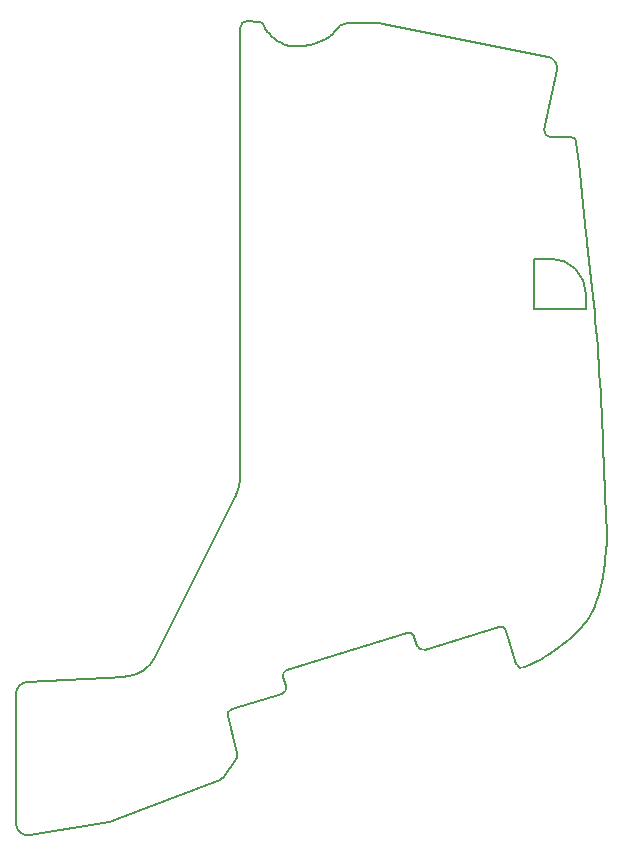
<source format=gbr>
%TF.GenerationSoftware,KiCad,Pcbnew,9.0.3*%
%TF.CreationDate,2025-07-19T19:29:57+01:00*%
%TF.ProjectId,GhostPAW,47686f73-7450-4415-972e-6b696361645f,rev?*%
%TF.SameCoordinates,Original*%
%TF.FileFunction,Profile,NP*%
%FSLAX46Y46*%
G04 Gerber Fmt 4.6, Leading zero omitted, Abs format (unit mm)*
G04 Created by KiCad (PCBNEW 9.0.3) date 2025-07-19 19:29:57*
%MOMM*%
%LPD*%
G01*
G04 APERTURE LIST*
%TA.AperFunction,Profile*%
%ADD10C,0.200000*%
%TD*%
%ADD11C,0.200000*%
G04 APERTURE END LIST*
D10*
X169750000Y-90980000D02*
X169750000Y-92280000D01*
X166750000Y-87980000D02*
G75*
G02*
X169750000Y-90980000I-4500J-3004500D01*
G01*
X121500000Y-124820000D02*
G75*
G02*
X122450000Y-123830004I1009700J-18100D01*
G01*
X133280000Y-121720000D02*
G75*
G02*
X130749999Y-123369982I-2665000J1321700D01*
G01*
X130750000Y-123370000D02*
X122450000Y-123830000D01*
X121500000Y-124820000D02*
X121500000Y-135830000D01*
X140080000Y-108130000D02*
X133280000Y-121720000D01*
X171203003Y-103849489D02*
X171231832Y-104561832D01*
X171127281Y-102051586D02*
X171158489Y-102771255D01*
X171044936Y-100280355D02*
X171078961Y-100979759D01*
X170954856Y-98585567D02*
X170992138Y-99249607D01*
X170856007Y-96986375D02*
X170896941Y-97611549D01*
X170747499Y-95477620D02*
X170792414Y-96069028D01*
X170628652Y-94036940D02*
X170677785Y-94605528D01*
X170499052Y-92631813D02*
X170552522Y-93191519D01*
X170358618Y-91226577D02*
X170416403Y-91791568D01*
X170207659Y-89789425D02*
X170269571Y-90371238D01*
X170046929Y-88298551D02*
X170112601Y-88904127D01*
X169877560Y-86743591D02*
X169946494Y-87375516D01*
X169700926Y-85123243D02*
X169772548Y-85780914D01*
X169518485Y-83442515D02*
X169592212Y-84123209D01*
X169331633Y-81709986D02*
X169406928Y-82409964D01*
X169141551Y-79935085D02*
X169217987Y-80650674D01*
X148309053Y-68949792D02*
X148430793Y-68822384D01*
X147965462Y-69235724D02*
X148107274Y-69125182D01*
X147576542Y-69478378D02*
X147735826Y-69385283D01*
X147150869Y-69676295D02*
X147323961Y-69601215D01*
X146699528Y-69828430D02*
X146881775Y-69771721D01*
X146235999Y-69934705D02*
X146421798Y-69896284D01*
X145775905Y-69996507D02*
X145958848Y-69975674D01*
X145335704Y-70016663D02*
X145509242Y-70012181D01*
X144930349Y-69998929D02*
X145088748Y-70009238D01*
X144570846Y-69947490D02*
X144710178Y-69970899D01*
X144261775Y-69866485D02*
X144380907Y-69901364D01*
X143998681Y-69759569D02*
X144100305Y-69804518D01*
X143768053Y-69629620D02*
X143858202Y-69683562D01*
X143552493Y-69478715D02*
X143638152Y-69540888D01*
X143337352Y-69308200D02*
X143423830Y-69378129D01*
X143117473Y-69118759D02*
X143205664Y-69196225D01*
X142901613Y-68910507D02*
X142986787Y-68995509D01*
X142708896Y-68683174D02*
X142782862Y-68775844D01*
X142560568Y-68436326D02*
X142615012Y-68536841D01*
X165149081Y-122291450D02*
X164930298Y-122404242D01*
X165678069Y-122022623D02*
X165468825Y-122129531D01*
X166212155Y-121730999D02*
X165994001Y-121855949D01*
X166788082Y-121368524D02*
X166549891Y-121526229D01*
X167412365Y-120924413D02*
X167156631Y-121113154D01*
X168062733Y-120418728D02*
X167801538Y-120627845D01*
X168702871Y-119877020D02*
X168451541Y-120097699D01*
X169297762Y-119304300D02*
X169068898Y-119539601D01*
X169824788Y-118671162D02*
X169625292Y-118937338D01*
X170274097Y-117930673D02*
X170106305Y-118246716D01*
X170644791Y-117047338D02*
X170508044Y-117423336D01*
X170941003Y-116026335D02*
X170833222Y-116451656D01*
X171168580Y-114932135D02*
X171087325Y-115372656D01*
X171333930Y-113868909D02*
X171276561Y-114280258D01*
X171444031Y-112940006D02*
X171407662Y-113284437D01*
X171506538Y-112206091D02*
X171487996Y-112469314D01*
X171529861Y-111644775D02*
X171525669Y-111850867D01*
X171522931Y-111140505D02*
X171529500Y-111346671D01*
X171494283Y-110536810D02*
X171508353Y-110805647D01*
X171450971Y-109706303D02*
X171470022Y-110079377D01*
X171397934Y-108592799D02*
X171420308Y-109081512D01*
X171338170Y-107204858D02*
X171362925Y-107797714D01*
X171273110Y-105596774D02*
X171299879Y-106266755D01*
X165330000Y-92280000D02*
X165330000Y-87980000D01*
X169750000Y-92280000D02*
X165330000Y-92280000D01*
X165330000Y-87980000D02*
X166750000Y-87980000D01*
X129640000Y-135620000D02*
G75*
G02*
X129349999Y-135699995I-417700J948600D01*
G01*
X139010000Y-131930000D02*
G75*
G02*
X138730000Y-132140000I-485000J355000D01*
G01*
X140240000Y-129850000D02*
G75*
G02*
X140168970Y-130269980I-493100J-132600D01*
G01*
X139420000Y-126740000D02*
G75*
G02*
X139759985Y-126139950I481900J123300D01*
G01*
X156090000Y-121090000D02*
G75*
G02*
X155470024Y-120759993I-155200J455800D01*
G01*
X154610000Y-119670000D02*
G75*
G02*
X155230031Y-120009991I142000J-476400D01*
G01*
X144350000Y-124200000D02*
G75*
G02*
X144020009Y-124830029I-472600J-153900D01*
G01*
X144120000Y-123430000D02*
G75*
G02*
X144449995Y-122799982I465900J157400D01*
G01*
X162370000Y-119160000D02*
G75*
G02*
X163000033Y-119489989I139500J-500100D01*
G01*
X164580000Y-122590000D02*
G75*
G02*
X163860015Y-122309995I-246200J432600D01*
G01*
X168450000Y-77680000D02*
G75*
G02*
X168950035Y-78109995I2700J-502600D01*
G01*
X166720000Y-77680000D02*
G75*
G02*
X166229977Y-77069995I5200J506000D01*
G01*
X166510000Y-70880000D02*
G75*
G02*
X167289929Y-72059985I-189200J-972800D01*
G01*
X152390000Y-68080000D02*
G75*
G02*
X152610001Y-68099996I55000J-615120D01*
G01*
X148910000Y-68260000D02*
G75*
G02*
X149449999Y-68080022I513300J-640000D01*
G01*
X142040000Y-67920000D02*
G75*
G02*
X142499940Y-68280018I-27000J-508300D01*
G01*
X140500000Y-68390000D02*
G75*
G02*
X141020002Y-67889960I496000J4600D01*
G01*
X140500000Y-106330000D02*
G75*
G02*
X140080010Y-108130005I-4240400J40400D01*
G01*
X122660000Y-136810000D02*
G75*
G02*
X121499978Y-135830000I-156000J991900D01*
G01*
X142040000Y-67920000D02*
X141020000Y-67890000D01*
X148430793Y-68822384D02*
X148913473Y-68255513D01*
X148107274Y-69125182D02*
X148309053Y-68949792D01*
X147735826Y-69385283D02*
X147965462Y-69235724D01*
X147323961Y-69601215D02*
X147576542Y-69478378D01*
X146881775Y-69771721D02*
X147150869Y-69676295D01*
X146421798Y-69896284D02*
X146699528Y-69828430D01*
X145958848Y-69975674D02*
X146235999Y-69934705D01*
X145509242Y-70012181D02*
X145775905Y-69996507D01*
X145088748Y-70009238D02*
X145335704Y-70016663D01*
X144710178Y-69970899D02*
X144930349Y-69998929D01*
X144380907Y-69901364D02*
X144570846Y-69947490D01*
X144100305Y-69804518D02*
X144261775Y-69866485D01*
X143858202Y-69683562D02*
X143998681Y-69759569D01*
X143638152Y-69540888D02*
X143768053Y-69629620D01*
X143423830Y-69378129D02*
X143552493Y-69478715D01*
X143205664Y-69196225D02*
X143337352Y-69308200D01*
X142986787Y-68995509D02*
X143117473Y-69118759D01*
X142782862Y-68775844D02*
X142901613Y-68910507D01*
X142615012Y-68536841D02*
X142708896Y-68683174D01*
X142501906Y-68278726D02*
X142560568Y-68436326D01*
X152390000Y-68080000D02*
X149450000Y-68080000D01*
X166510000Y-70880000D02*
X152610000Y-68100000D01*
X166230000Y-77070000D02*
X167290000Y-72060000D01*
X168450000Y-77680000D02*
X166720000Y-77680000D01*
X169141551Y-79935085D02*
X168947004Y-78109119D01*
X169331633Y-81709986D02*
X169217987Y-80650674D01*
X169518485Y-83442515D02*
X169406928Y-82409964D01*
X169700926Y-85123243D02*
X169592212Y-84123209D01*
D11*
X169877560Y-86743591D02*
X169854112Y-86528656D01*
X169772548Y-85780914D01*
D10*
X170046929Y-88298551D02*
X169946494Y-87375516D01*
X170207659Y-89789425D02*
X170112601Y-88904127D01*
X170358618Y-91226577D02*
X170269571Y-90371238D01*
X170499052Y-92631813D02*
X170416403Y-91791568D01*
X170628652Y-94036940D02*
X170552522Y-93191519D01*
X170747499Y-95477620D02*
X170677785Y-94605528D01*
X170856007Y-96986375D02*
X170792414Y-96069028D01*
X170954856Y-98585567D02*
X170896941Y-97611549D01*
X171044936Y-100280355D02*
X170992138Y-99249607D01*
X171127281Y-102051586D02*
X171078961Y-100979759D01*
X171203003Y-103849489D02*
X171158489Y-102771255D01*
D11*
X171273110Y-105596774D02*
X171254191Y-105122404D01*
X171231832Y-104561832D01*
D10*
X171338170Y-107204858D02*
X171299879Y-106266755D01*
X171397934Y-108592799D02*
X171362925Y-107797714D01*
X171450971Y-109706303D02*
X171420308Y-109081512D01*
D11*
X171494283Y-110536810D02*
X171486207Y-110384286D01*
X171481386Y-110293528D01*
X171470022Y-110079377D01*
D10*
X171522931Y-111140505D02*
X171508353Y-110805647D01*
X171529861Y-111644775D02*
X171529500Y-111346671D01*
X171506538Y-112206091D02*
X171525669Y-111850867D01*
X171444031Y-112940006D02*
X171487996Y-112469314D01*
X171333930Y-113868909D02*
X171407662Y-113284437D01*
X171168580Y-114932135D02*
X171276561Y-114280258D01*
X170941003Y-116026335D02*
X171087325Y-115372656D01*
X170644791Y-117047338D02*
X170833222Y-116451656D01*
D11*
X170274097Y-117930673D02*
X170284935Y-117909194D01*
X170295734Y-117887615D01*
X170306495Y-117865933D01*
X170317218Y-117844148D01*
X170327902Y-117822261D01*
X170338547Y-117800269D01*
X170349154Y-117778174D01*
X170359723Y-117755973D01*
X170370254Y-117733666D01*
X170380746Y-117711253D01*
X170391200Y-117688733D01*
X170401615Y-117666105D01*
X170411992Y-117643369D01*
X170422332Y-117620524D01*
X170432632Y-117597569D01*
X170442895Y-117574503D01*
X170453119Y-117551327D01*
X170463306Y-117528039D01*
X170473454Y-117504639D01*
X170483563Y-117481125D01*
X170493635Y-117457497D01*
X170503668Y-117433755D01*
X170508044Y-117423336D01*
D10*
X169824788Y-118671162D02*
X170106305Y-118246716D01*
X169297762Y-119304300D02*
X169625292Y-118937338D01*
X168702871Y-119877020D02*
X169068898Y-119539601D01*
X168062733Y-120418728D02*
X168451541Y-120097699D01*
X167412365Y-120924413D02*
X167801538Y-120627845D01*
X166788082Y-121368524D02*
X167156631Y-121113154D01*
X166212155Y-121730999D02*
X166549891Y-121526229D01*
X165678069Y-122022623D02*
X165994001Y-121855949D01*
X165149081Y-122291450D02*
X165468825Y-122129531D01*
X164581659Y-122593800D02*
X164930298Y-122404242D01*
X163000000Y-119490000D02*
X163860000Y-122310000D01*
X156090000Y-121090000D02*
X162370000Y-119160000D01*
X155230000Y-120010000D02*
X155470000Y-120760000D01*
X144450000Y-122800000D02*
X154610000Y-119670000D01*
X144350000Y-124200000D02*
X144120000Y-123430000D01*
X139760000Y-126140000D02*
X144020000Y-124830000D01*
X140240000Y-129850000D02*
X139420000Y-126740000D01*
X139010000Y-131930000D02*
X140170000Y-130270000D01*
X129640000Y-135620000D02*
X138730000Y-132140000D01*
X122660000Y-136810000D02*
X129350000Y-135700000D01*
X140500000Y-68390000D02*
X140500000Y-106330000D01*
M02*

</source>
